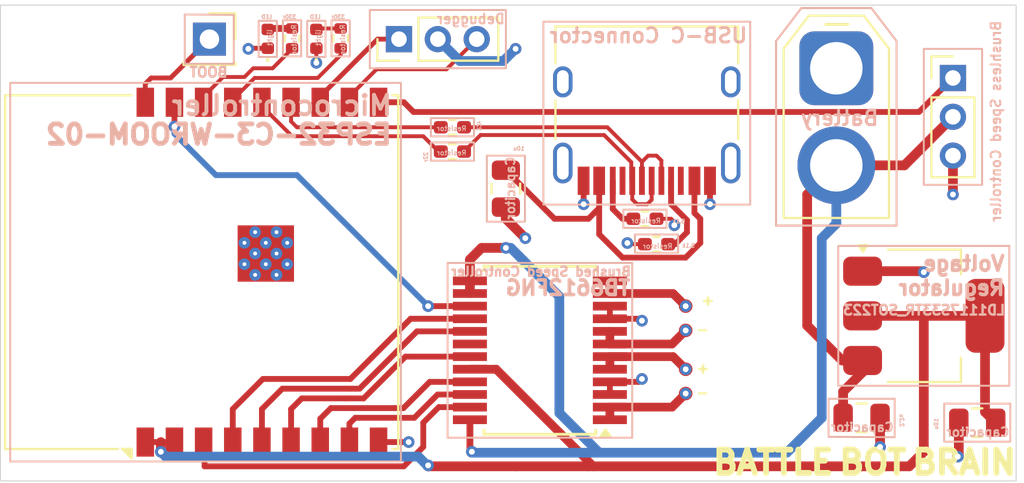
<source format=kicad_pcb>
(kicad_pcb (version 20241229) (generator "pcbnew") (generator_version "9.0")
  (layers (0 "F.Cu" signal) (2 "B.Cu" signal) (13 "F.Paste" user) (15 "B.Paste" user) (5 "F.SilkS" user "F.Silkscreen") (7 "B.SilkS" user "B.Silkscreen") (1 "F.Mask" user) (3 "B.Mask" user) (25 "Edge.Cuts" user))
  (net 0 "")
  (net 1 "VBUS")
  (net 2 "GND")
  (net 3 "Net-(J1-CC1)")
  (net 4 "Net-(J1-D--PadA7)")
  (net 5 "Net-(J1-D+-PadA6)")
  (net 6 "Net-(J1-CC2)")
  (net 7 "/USB_D+")
  (net 8 "/USB_D-")
  (net 9 "+3V3")
  (net 10 "+BATT")
  (net 11 "/BOOT")
  (net 12 "Net-(D2-A)")
  (net 13 "Net-(M1-Pin_2)")
  (net 14 "Net-(M1-Pin_1)")
  (net 15 "Net-(M2-Pin_2)")
  (net 16 "Net-(M2-Pin_1)")
  (net 17 "/L1")
  (net 18 "Net-(DBG1-Pin_1)")
  (net 19 "/ESC_PWM")
  (net 20 "/PWM_B")
  (net 21 "/PWM_A")
  (net 22 "Net-(DBG1-Pin_3)")
  (net 23 "/AIN2")
  (net 24 "/AIN1")
  (net 25 "/STBY")
  (net 26 "/BIN1")
  (net 27 "/BIN2")
  (net 28 "Net-(D1-A)")
  (net 29 "/L2")
  (footprint "Connector_AMASS:AMASS_XT30U-F_1x02_P5.0mm_Vertical" (layer "F.Cu") (at 142.75 73.75 -90)
    (property "Reference" "J2" (hide yes))
    (property "Value" "Conn_01x02_Socket" (hide yes))
    (fp_text user "+" (at 0 0 90) (layer "F.SilkS") (effects (font (size 1.5 1.5))))
    (fp_text user "-" (at -2.375 -0.025 180) (layer "F.SilkS") (effects (font (size 1.5 1.5))))
    (pad "1" thru_hole roundrect (at 0 0 270) (size 3.8 3.8) (drill 2.7) (layers "*.Cu" "*.Mask") (roundrect_rratio 0.2) (net 2 "GND"))
    (pad "2" thru_hole circle (at 5 0 270) (size 4 4) (drill 2.7) (layers "*.Cu" "*.Mask") (net 10 "+BATT"))
  )
  (footprint "RF_Module:ESP32-C3-WROOM-02" (layer "F.Cu") (at 113.2 84.25 90)
    (property "Reference" "U1" (hide yes))
    (property "Value" "ESP32-C3-WROOM-02" (hide yes))
    (pad "1" smd rect (at -8.75 -6 90) (size 1.5 0.9) (layers "F.Cu" "F.Mask" "F.Paste") (net 9 "+3V3"))
    (pad "2" smd rect (at -8.75 -4.5 90) (size 1.5 0.9) (layers "F.Cu" "F.Mask" "F.Paste") (net 9 "+3V3"))
    (pad "3" smd rect (at -8.75 -3 90) (size 1.5 0.9) (layers "F.Cu" "F.Mask" "F.Paste") (net 21 "/PWM_A"))
    (pad "4" smd rect (at -8.75 -1.5 90) (size 1.5 0.9) (layers "F.Cu" "F.Mask" "F.Paste") (net 27 "/BIN2"))
    (pad "5" smd rect (at -8.75 0 90) (size 1.5 0.9) (layers "F.Cu" "F.Mask" "F.Paste") (net 26 "/BIN1"))
    (pad "6" smd rect (at -8.75 1.5 90) (size 1.5 0.9) (layers "F.Cu" "F.Mask" "F.Paste") (net 25 "/STBY"))
    (pad "7" smd rect (at -8.75 3 90) (size 1.5 0.9) (layers "F.Cu" "F.Mask" "F.Paste") (net 24 "/AIN1"))
    (pad "8" smd rect (at -8.75 4.5 90) (size 1.5 0.9) (layers "F.Cu" "F.Mask" "F.Paste") (net 23 "/AIN2"))
    (pad "9" smd rect (at -8.75 6 90) (size 1.5 0.9) (layers "F.Cu" "F.Mask" "F.Paste") (net 2 "GND"))
    (pad "10" smd rect (at 8.75 6 90) (size 1.5 0.9) (layers "F.Cu" "F.Mask" "F.Paste") (net 19 "/ESC_PWM"))
    (pad "11" smd rect (at 8.75 4.5 90) (size 1.5 0.9) (layers "F.Cu" "F.Mask" "F.Paste") (net 22 "Net-(DBG1-Pin_3)"))
    (pad "12" smd rect (at 8.75 3 90) (size 1.5 0.9) (layers "F.Cu" "F.Mask" "F.Paste") (net 18 "Net-(DBG1-Pin_1)"))
    (pad "13" smd rect (at 8.75 1.5 90) (size 1.5 0.9) (layers "F.Cu" "F.Mask" "F.Paste") (net 8 "/USB_D-"))
    (pad "14" smd rect (at 8.75 0 90) (size 1.5 0.9) (layers "F.Cu" "F.Mask" "F.Paste") (net 7 "/USB_D+"))
    (pad "15" smd rect (at 8.75 -1.5 90) (size 1.5 0.9) (layers "F.Cu" "F.Mask" "F.Paste") (net 17 "/L1"))
    (pad "16" smd rect (at 8.75 -3 90) (size 1.5 0.9) (layers "F.Cu" "F.Mask" "F.Paste") (net 29 "/L2"))
    (pad "17" smd rect (at 8.75 -4.5 90) (size 1.5 0.9) (layers "F.Cu" "F.Mask" "F.Paste") (net 20 "/PWM_B"))
    (pad "18" smd rect (at 8.75 -6 90) (size 1.5 0.9) (layers "F.Cu" "F.Mask" "F.Paste") (net 11 "/BOOT"))
    (pad "19" thru_hole circle (at -0.14 -0.35 90) (size 0.6 0.6) (drill 0.2) (property pad_prop_heatsink) (layers "*.Cu" "F.Mask") (net 2 "GND"))
    (pad "19" thru_hole circle (at -0.14 0.75 90) (size 0.6 0.6) (drill 0.2) (property pad_prop_heatsink) (layers "*.Cu" "F.Mask") (net 2 "GND"))
    (pad "19" thru_hole circle (at 0.41 -0.9 90) (size 0.6 0.6) (drill 0.2) (property pad_prop_heatsink) (layers "*.Cu" "F.Mask") (net 2 "GND"))
    (pad "19" thru_hole circle (at 0.41 0.2 90) (size 0.6 0.6) (drill 0.2) (property pad_prop_heatsink) (layers "*.Cu" "F.Mask") (net 2 "GND"))
    (pad "19" thru_hole circle (at 0.41 1.3 90) (size 0.6 0.6) (drill 0.2) (property pad_prop_heatsink) (layers "*.Cu" "F.Mask") (net 2 "GND"))
    (pad "19" thru_hole circle (at 0.96 -0.35 90) (size 0.6 0.6) (drill 0.2) (property pad_prop_heatsink) (layers "*.Cu" "F.Mask") (net 2 "GND"))
    (pad "19" smd rect (at 0.96 0.2 90) (size 2.9 2.9) (property pad_prop_heatsink) (layers "F.Cu" "F.Mask") (net 2 "GND"))
    (pad "19" thru_hole circle (at 0.96 0.75 90) (size 0.6 0.6) (drill 0.2) (property pad_prop_heatsink) (layers "*.Cu" "F.Mask") (net 2 "GND"))
    (pad "19" thru_hole circle (at 1.51 -0.9 90) (size 0.6 0.6) (drill 0.2) (property pad_prop_heatsink) (layers "*.Cu" "F.Mask") (net 2 "GND"))
    (pad "19" thru_hole circle (at 1.51 0.2 90) (size 0.6 0.6) (drill 0.2) (property pad_prop_heatsink) (layers "*.Cu" "F.Mask") (net 2 "GND"))
    (pad "19" thru_hole circle (at 1.51 1.3 90) (size 0.6 0.6) (drill 0.2) (property pad_prop_heatsink) (layers "*.Cu" "F.Mask") (net 2 "GND"))
    (pad "19" thru_hole circle (at 2.06 -0.35 90) (size 0.6 0.6) (drill 0.2) (property pad_prop_heatsink) (layers "*.Cu" "F.Mask") (net 2 "GND"))
    (pad "19" thru_hole circle (at 2.06 0.75 90) (size 0.6 0.6) (drill 0.2) (property pad_prop_heatsink) (layers "*.Cu" "F.Mask") (net 2 "GND"))
  )
  (footprint "Connector_PinSocket_2.54mm:PinSocket_1x01_P2.54mm_Vertical" (layer "F.Cu") (at 110.5 72.25)
    (property "Reference" "J4" (hide yes))
    (property "Value" "Conn_01x01_Pin" (hide yes))
    (pad "1" thru_hole rect (at 0 0) (size 1.7 1.7) (drill 1) (layers "*.Cu" "*.Mask") (net 11 "/BOOT"))
  )
  (footprint "Resistor_SMD:R_0402_1005Metric" (layer "F.Cu") (at 114.75 72.21 90)
    (property "Reference" "R4" (hide yes))
    (property "Value" "330r" (hide yes))
    (pad "1" smd roundrect (at -0.51 0 90) (size 0.54 0.64) (layers "F.Cu" "F.Mask" "F.Paste") (net 29 "/L2"))
    (pad "2" smd roundrect (at 0.51 0 90) (size 0.54 0.64) (layers "F.Cu" "F.Mask" "F.Paste") (net 12 "Net-(D2-A)"))
  )
  (footprint "Resistor_SMD:R_0402_1005Metric_Pad0.72x0.64mm_HandSolder" (layer "F.Cu") (at 123 76.788 180)
    (property "Reference" "R6" (hide yes))
    (property "Value" "22r" (hide yes))
    (pad "1" smd roundrect (at -0.5975 0 180) (size 0.715 0.64) (layers "F.Cu" "F.Mask" "F.Paste") (net 4 "Net-(J1-D--PadA7)"))
    (pad "2" smd roundrect (at 0.5975 0 180) (size 0.715 0.64) (layers "F.Cu" "F.Mask" "F.Paste") (net 8 "/USB_D-"))
  )
  (footprint "Connector_PinHeader_2.00mm:PinHeader_1x03_P2.00mm_Vertical" (layer "F.Cu") (at 120.25 72.25 90)
    (property "Reference" "DBG1" (hide yes))
    (property "Value" "Conn_01x03_Pin" (hide yes))
    (pad "1" thru_hole rect (at 0 0 90) (size 1.35 1.35) (drill 0.8) (layers "*.Cu" "*.Mask") (net 18 "Net-(DBG1-Pin_1)"))
    (pad "2" thru_hole circle (at 0 2 90) (size 1.35 1.35) (drill 0.8) (layers "*.Cu" "*.Mask") (net 2 "GND"))
    (pad "3" thru_hole circle (at 0 4 90) (size 1.35 1.35) (drill 0.8) (layers "*.Cu" "*.Mask") (net 22 "Net-(DBG1-Pin_3)"))
  )
  (footprint "Resistor_SMD:R_0402_1005Metric_Pad0.72x0.64mm_HandSolder" (layer "F.Cu") (at 123 78.038 180)
    (property "Reference" "R5" (hide yes))
    (property "Value" "22r" (hide yes))
    (pad "1" smd roundrect (at -0.5975 0 180) (size 0.715 0.64) (layers "F.Cu" "F.Mask" "F.Paste") (net 5 "Net-(J1-D+-PadA6)"))
    (pad "2" smd roundrect (at 0.5975 0 180) (size 0.715 0.64) (layers "F.Cu" "F.Mask" "F.Paste") (net 7 "/USB_D+"))
  )
  (footprint "Resistor_SMD:R_0402_1005Metric_Pad0.72x0.64mm_HandSolder" (layer "F.Cu") (at 133.5 82.81)
    (property "Reference" "R1" (hide yes))
    (property "Value" "5.1k" (hide yes))
    (pad "1" smd roundrect (at -0.5975 0) (size 0.715 0.64) (layers "F.Cu" "F.Mask" "F.Paste") (net 2 "GND"))
    (pad "2" smd roundrect (at 0.5975 0) (size 0.715 0.64) (layers "F.Cu" "F.Mask" "F.Paste") (net 3 "Net-(J1-CC1)"))
  )
  (footprint "Connector_USB:USB_C_Receptacle_HRO_TYPE-C-31-M-12" (layer "F.Cu") (at 133 75.5 180)
    (property "Reference" "J1" (hide yes))
    (property "Value" "USB_C_Receptacle_USB2.0_14P" (hide yes))
    (pad "" np_thru_hole circle (at -2.89 -2.6 180) (size 0.65 0.65) (drill 0.65) (layers "*.Cu" "*.Mask"))
    (pad "" np_thru_hole circle (at 2.89 -2.6 180) (size 0.65 0.65) (drill 0.65) (layers "*.Cu" "*.Mask"))
    (pad "A1" smd rect (at -3.25 -4.045 180) (size 0.6 1.45) (layers "F.Cu" "F.Mask" "F.Paste") (net 2 "GND"))
    (pad "A4" smd rect (at -2.45 -4.045 180) (size 0.6 1.45) (layers "F.Cu" "F.Mask" "F.Paste") (net 1 "VBUS"))
    (pad "A5" smd rect (at -1.25 -4.045 180) (size 0.3 1.45) (layers "F.Cu" "F.Mask" "F.Paste") (net 3 "Net-(J1-CC1)"))
    (pad "A6" smd rect (at -0.25 -4.045 180) (size 0.3 1.45) (layers "F.Cu" "F.Mask" "F.Paste") (net 5 "Net-(J1-D+-PadA6)"))
    (pad "A7" smd rect (at 0.25 -4.045 180) (size 0.3 1.45) (layers "F.Cu" "F.Mask" "F.Paste") (net 4 "Net-(J1-D--PadA7)"))
    (pad "A8" smd rect (at 1.25 -4.045 180) (size 0.3 1.45) (layers "F.Cu" "F.Mask" "F.Paste"))
    (pad "A9" smd rect (at 2.45 -4.045 180) (size 0.6 1.45) (layers "F.Cu" "F.Mask" "F.Paste") (net 1 "VBUS"))
    (pad "A12" smd rect (at 3.25 -4.045 180) (size 0.6 1.45) (layers "F.Cu" "F.Mask" "F.Paste") (net 2 "GND"))
    (pad "B1" smd rect (at 3.25 -4.045 180) (size 0.6 1.45) (layers "F.Cu" "F.Mask" "F.Paste") (net 2 "GND"))
    (pad "B4" smd rect (at 2.45 -4.045 180) (size 0.6 1.45) (layers "F.Cu" "F.Mask" "F.Paste") (net 1 "VBUS"))
    (pad "B5" smd rect (at 1.75 -4.045 180) (size 0.3 1.45) (layers "F.Cu" "F.Mask" "F.Paste") (net 6 "Net-(J1-CC2)"))
    (pad "B6" smd rect (at 0.75 -4.045 180) (size 0.3 1.45) (layers "F.Cu" "F.Mask" "F.Paste") (net 5 "Net-(J1-D+-PadA6)"))
    (pad "B7" smd rect (at -0.75 -4.045 180) (size 0.3 1.45) (layers "F.Cu" "F.Mask" "F.Paste") (net 4 "Net-(J1-D--PadA7)"))
    (pad "B8" smd rect (at -1.75 -4.045 180) (size 0.3 1.45) (layers "F.Cu" "F.Mask" "F.Paste"))
    (pad "B9" smd rect (at -2.45 -4.045 180) (size 0.6 1.45) (layers "F.Cu" "F.Mask" "F.Paste") (net 1 "VBUS"))
    (pad "B12" smd rect (at -3.25 -4.045 180) (size 0.6 1.45) (layers "F.Cu" "F.Mask" "F.Paste") (net 2 "GND"))
    (pad "S1" thru_hole oval (at -4.32 -3.13 180) (size 1 2.1) (drill oval 0.6 1.7) (property pad_prop_heatsink) (layers "*.Cu" "*.Mask") (net 2 "GND"))
    (pad "S1" thru_hole oval (at -4.32 1.05 180) (size 1 1.6) (drill oval 0.6 1.2) (property pad_prop_heatsink) (layers "*.Cu" "*.Mask") (net 2 "GND"))
    (pad "S1" thru_hole oval (at 4.32 -3.13 180) (size 1 2.1) (drill oval 0.6 1.7) (property pad_prop_heatsink) (layers "*.Cu" "*.Mask") (net 2 "GND"))
    (pad "S1" thru_hole oval (at 4.32 1.05 180) (size 1 1.6) (drill oval 0.6 1.2) (property pad_prop_heatsink) (layers "*.Cu" "*.Mask") (net 2 "GND"))
  )
  (footprint "LED_SMD:LED_0402_1005Metric" (layer "F.Cu") (at 116 72.235 90)
    (property "Reference" "D1" (hide yes))
    (property "Value" "LED" (hide yes))
    (pad "1" smd roundrect (at -0.485 0 90) (size 0.59 0.64) (layers "F.Cu" "F.Mask" "F.Paste") (net 2 "GND"))
    (pad "2" smd roundrect (at 0.485 0 90) (size 0.59 0.64) (layers "F.Cu" "F.Mask" "F.Paste") (net 28 "Net-(D1-A)"))
  )
  (footprint "Capacitor_SMD:C_0805_2012Metric" (layer "F.Cu") (at 125.75 79.95 -90)
    (property "Reference" "C1" (hide yes))
    (property "Value" "10u" (hide yes))
    (pad "1" smd roundrect (at -0.95 0 270) (size 1 1.45) (layers "F.Cu" "F.Mask" "F.Paste") (net 1 "VBUS"))
    (pad "2" smd roundrect (at 0.95 0 270) (size 1 1.45) (layers "F.Cu" "F.Mask" "F.Paste") (net 2 "GND"))
  )
  (footprint "Package_SO:SSOP-24_5.3x8.2mm_P0.65mm" (layer "F.Cu") (at 127.5 88.275 180)
    (property "Reference" "U2" (hide yes))
    (property "Value" "TB6612FNG")
    (pad "1" smd rect (at -3.6 -3.575 180) (size 1.75 0.45) (layers "F.Cu" "F.Mask" "F.Paste") (net 15 "Net-(M2-Pin_2)"))
    (pad "2" smd rect (at -3.6 -2.925 180) (size 1.75 0.45) (layers "F.Cu" "F.Mask" "F.Paste") (net 15 "Net-(M2-Pin_2)"))
    (pad "3" smd rect (at -3.6 -2.275 180) (size 1.75 0.45) (layers "F.Cu" "F.Mask" "F.Paste") (net 2 "GND"))
    (pad "4" smd rect (at -3.6 -1.625 180) (size 1.75 0.45) (layers "F.Cu" "F.Mask" "F.Paste") (net 2 "GND"))
    (pad "5" smd rect (at -3.6 -0.975 180) (size 1.75 0.45) (layers "F.Cu" "F.Mask" "F.Paste") (net 16 "Net-(M2-Pin_1)"))
    (pad "6" smd rect (at -3.6 -0.325 180) (size 1.75 0.45) (layers "F.Cu" "F.Mask" "F.Paste") (net 16 "Net-(M2-Pin_1)"))
    (pad "7" smd rect (at -3.6 0.325 180) (size 1.75 0.45) (layers "F.Cu" "F.Mask" "F.Paste") (net 13 "Net-(M1-Pin_2)"))
    (pad "8" smd rect (at -3.6 0.975 180) (size 1.75 0.45) (layers "F.Cu" "F.Mask" "F.Paste") (net 13 "Net-(M1-Pin_2)"))
    (pad "9" smd rect (at -3.6 1.625 180) (size 1.75 0.45) (layers "F.Cu" "F.Mask" "F.Paste") (net 2 "GND"))
    (pad "10" smd rect (at -3.6 2.275 180) (size 1.75 0.45) (layers "F.Cu" "F.Mask" "F.Paste") (net 2 "GND"))
    (pad "11" smd rect (at -3.6 2.925 180) (size 1.75 0.45) (layers "F.Cu" "F.Mask" "F.Paste") (net 14 "Net-(M1-Pin_1)"))
    (pad "12" smd rect (at -3.6 3.575 180) (size 1.75 0.45) (layers "F.Cu" "F.Mask" "F.Paste") (net 14 "Net-(M1-Pin_1)"))
    (pad "13" smd rect (at 3.6 3.575 180) (size 1.75 0.45) (layers "F.Cu" "F.Mask" "F.Paste") (net 10 "+BATT"))
    (pad "14" smd rect (at 3.6 2.925 180) (size 1.75 0.45) (layers "F.Cu" "F.Mask" "F.Paste") (net 10 "+BATT"))
    (pad "15" smd rect (at 3.6 2.275 180) (size 1.75 0.45) (layers "F.Cu" "F.Mask" "F.Paste") (net 20 "/PWM_B"))
    (pad "16" smd rect (at 3.6 1.625 180) (size 1.75 0.45) (layers "F.Cu" "F.Mask" "F.Paste") (net 27 "/BIN2"))
    (pad "17" smd rect (at 3.6 0.975 180) (size 1.75 0.45) (layers "F.Cu" "F.Mask" "F.Paste") (net 26 "/BIN1"))
    (pad "18" smd rect (at 3.6 0.325 180) (size 1.75 0.45) (layers "F.Cu" "F.Mask" "F.Paste") (net 2 "GND"))
    (pad "19" smd rect (at 3.6 -0.325 180) (size 1.75 0.45) (layers "F.Cu" "F.Mask" "F.Paste") (net 25 "/STBY"))
    (pad "20" smd rect (at 3.6 -0.975 180) (size 1.75 0.45) (layers "F.Cu" "F.Mask" "F.Paste") (net 9 "+3V3"))
    (pad "21" smd rect (at 3.6 -1.625 180) (size 1.75 0.45) (layers "F.Cu" "F.Mask" "F.Paste") (net 24 "/AIN1"))
    (pad "22" smd rect (at 3.6 -2.275 180) (size 1.75 0.45) (layers "F.Cu" "F.Mask" "F.Paste") (net 23 "/AIN2"))
    (pad "23" smd rect (at 3.6 -2.925 180) (size 1.75 0.45) (layers "F.Cu" "F.Mask" "F.Paste") (net 21 "/PWM_A"))
    (pad "24" smd rect (at 3.6 -3.575 180) (size 1.75 0.45) (layers "F.Cu" "F.Mask" "F.Paste") (net 10 "+BATT"))
  )
  (footprint "Resistor_SMD:R_0402_1005Metric" (layer "F.Cu") (at 117.25 72.21 90)
    (property "Reference" "R3" (hide yes))
    (property "Value" "330r" (hide yes))
    (pad "1" smd roundrect (at -0.51 0 90) (size 0.54 0.64) (layers "F.Cu" "F.Mask" "F.Paste") (net 17 "/L1"))
    (pad "2" smd roundrect (at 0.51 0 90) (size 0.54 0.64) (layers "F.Cu" "F.Mask" "F.Paste") (net 28 "Net-(D1-A)"))
  )
  (footprint "LED_SMD:LED_0402_1005Metric" (layer "F.Cu") (at 113.5 72.235 90)
    (property "Reference" "D2" (hide yes))
    (property "Value" "LED" (hide yes))
    (pad "1" smd roundrect (at -0.485 0 90) (size 0.59 0.64) (layers "F.Cu" "F.Mask" "F.Paste") (net 2 "GND"))
    (pad "2" smd roundrect (at 0.485 0 90) (size 0.59 0.64) (layers "F.Cu" "F.Mask" "F.Paste") (net 12 "Net-(D2-A)"))
  )
  (footprint "Package_TO_SOT_SMD:SOT-223-3_TabPin2" (layer "F.Cu") (at 147.25 86.5)
    (property "Reference" "U4" (hide yes))
    (property "Value" "LD1117S33TR_SOT223" (hide yes))
    (pad "1" smd roundrect (at -3.15 -2.3) (size 2 1.5) (layers "F.Cu" "F.Mask" "F.Paste") (net 2 "GND"))
    (pad "2" smd roundrect (at -3.15 0) (size 2 1.5) (layers "F.Cu" "F.Mask" "F.Paste") (net 9 "+3V3"))
    (pad "2" smd roundrect (at 3.15 0) (size 2 3.8) (layers "F.Cu" "F.Mask" "F.Paste") (net 9 "+3V3"))
    (pad "3" smd roundrect (at -3.15 2.3) (size 2 1.5) (layers "F.Cu" "F.Mask" "F.Paste") (net 10 "+BATT"))
  )
  (footprint "Capacitor_SMD:C_0805_2012Metric" (layer "F.Cu") (at 144.05 91.75)
    (property "Reference" "C6" (hide yes))
    (property "Value" "2.2u" (hide yes))
    (pad "1" smd roundrect (at -0.95 0) (size 1 1.45) (layers "F.Cu" "F.Mask" "F.Paste") (net 10 "+BATT"))
    (pad "2" smd roundrect (at 0.95 0) (size 1 1.45) (layers "F.Cu" "F.Mask" "F.Paste") (net 2 "GND"))
  )
  (footprint "Capacitor_SMD:C_0805_2012Metric" (layer "F.Cu") (at 150 92 180)
    (property "Reference" "C5" (hide yes))
    (property "Value" "10u" (hide yes))
    (pad "1" smd roundrect (at -0.95 0 180) (size 1 1.45) (layers "F.Cu" "F.Mask" "F.Paste") (net 9 "+3V3"))
    (pad "2" smd roundrect (at 0.95 0 180) (size 1 1.45) (layers "F.Cu" "F.Mask" "F.Paste") (net 2 "GND"))
  )
  (footprint "Resistor_SMD:R_0402_1005Metric_Pad0.72x0.64mm_HandSolder" (layer "F.Cu") (at 132.9025 81.5 180)
    (property "Reference" "R2" (hide yes))
    (property "Value" "5.1k" (hide yes))
    (pad "1" smd roundrect (at -0.5975 0 180) (size 0.715 0.64) (layers "F.Cu" "F.Mask" "F.Paste") (net 2 "GND"))
    (pad "2" smd roundrect (at 0.5975 0 180) (size 0.715 0.64) (layers "F.Cu" "F.Mask" "F.Paste") (net 6 "Net-(J1-CC2)"))
  )
  (footprint "Connector_PinHeader_2.00mm:PinHeader_1x03_P2.00mm_Vertical" (layer "F.Cu") (at 148.75 74.25)
    (property "Reference" "J3" (hide yes))
    (property "Value" "Conn_01x03_Pin" (hide yes))
    (pad "1" thru_hole rect (at 0 0) (size 1.35 1.35) (drill 0.8) (layers "*.Cu" "*.Mask") (net 19 "/ESC_PWM"))
    (pad "2" thru_hole circle (at 0 2) (size 1.35 1.35) (drill 0.8) (layers "*.Cu" "*.Mask") (net 10 "+BATT"))
    (pad "3" thru_hole circle (at 0 4) (size 1.35 1.35) (drill 0.8) (layers "*.Cu" "*.Mask") (net 2 "GND"))
  )
  (gr_circle (center 135 87.25) (end 135.25 87.25) (stroke (width 0.2)) (fill no) (layer "F.Cu") (net 13))
  (gr_circle (center 135 89.25) (end 135.25 89.25) (stroke (width 0.2)) (fill no) (layer "F.Cu") (net 16))
  (gr_circle (center 135 86) (end 135.25 86) (stroke (width 0.2)) (fill no) (layer "F.Cu") (net 14))
  (gr_circle (center 135 90.5) (end 135.25 90.5) (stroke (width 0.2)) (fill no) (layer "F.Cu") (net 15))
  (gr_line (start 134.0125 81.03) (end 131.7925 81.03) (stroke (width 0.1)) (layer "B.SilkS"))
  (gr_line (start 145.85 72.35) (end 144.55 70.65) (stroke (width 0.1)) (layer "B.SilkS"))
  (gr_line (start 151.65 82.9) (end 142.85 82.9) (stroke (width 0.1)) (layer "B.SilkS"))
  (gr_line (start 109.23 70.98) (end 111.75 71) (stroke (width 0.1)) (layer "B.SilkS"))
  (gr_line (start 144.55 70.65) (end 140.95 70.65) (stroke (width 0.1)) (layer "B.SilkS"))
  (gr_rect (start 121.89 77.568) (end 124.11 78.508) (stroke (width 0.1)) (fill no) (layer "B.SilkS"))
  (gr_rect (start 115.53 71.305) (end 116.47 73.165) (stroke (width 0.1)) (fill no) (layer "B.SilkS"))
  (gr_rect (start 116.78 71.28) (end 117.72 73.14) (stroke (width 0.1)) (fill no) (layer "B.SilkS"))
  (gr_line (start 139.65 72.35) (end 139.65 81.85) (stroke (width 0.1)) (layer "B.SilkS"))
  (gr_line (start 145.75 90.77) (end 142.35 90.77) (stroke (width 0.1)) (layer "B.SilkS"))
  (gr_line (start 131.7925 81.03) (end 131.7925 81.97) (stroke (width 0.1)) (layer "B.SilkS"))
  (gr_line (start 140.95 70.65) (end 139.65 72.35) (stroke (width 0.1)) (layer "B.SilkS"))
  (gr_line (start 111.75 71) (end 111.75 73.5) (stroke (width 0.1)) (layer "B.SilkS"))
  (gr_line (start 139.65 81.85) (end 145.85 81.85) (stroke (width 0.1)) (layer "B.SilkS"))
  (gr_line (start 132.25 83.775) (end 122.75 83.775) (stroke (width 0.1)) (layer "B.SilkS"))
  (gr_line (start 139.65 72.35) (end 139.65 81.85) (stroke (width 0.1)) (layer "B.SilkS"))
  (gr_rect (start 114.28 71.28) (end 115.22 73.14) (stroke (width 0.1)) (fill no) (layer "B.SilkS"))
  (gr_line (start 139.65 81.85) (end 145.85 81.85) (stroke (width 0.1)) (layer "B.SilkS"))
  (gr_line (start 142.35 90.77) (end 142.35 92.73) (stroke (width 0.1)) (layer "B.SilkS"))
  (gr_line (start 140.95 70.65) (end 139.65 72.35) (stroke (width 0.1)) (layer "B.SilkS"))
  (gr_rect (start 121.89 76.318) (end 124.11 77.258) (stroke (width 0.1)) (fill no) (layer "B.SilkS"))
  (gr_line (start 145.75 92.75) (end 145.75 90.75) (stroke (width 0.1)) (layer "B.SilkS"))
  (gr_line (start 142.35 92.73) (end 145.75 92.75) (stroke (width 0.1)) (layer "B.SilkS"))
  (gr_rect (start 100.25 74.5) (end 120.35 94) (stroke (width 0.1)) (fill no) (layer "B.SilkS"))
  (gr_rect (start 113.03 71.305) (end 113.97 73.165) (stroke (width 0.1)) (fill no) (layer "B.SilkS"))
  (gr_line (start 145.85 81.85) (end 145.85 72.35) (stroke (width 0.1)) (layer "B.SilkS"))
  (gr_rect (start 147.25 72.75) (end 150.25 79.75) (stroke (width 0.1)) (fill no) (layer "B.SilkS"))
  (gr_line (start 122.75 92.775) (end 132.25 92.775) (stroke (width 0.1)) (layer "B.SilkS"))
  (gr_line (start 109.23 73.52) (end 111.75 73.52) (stroke (width 0.1)) (layer "B.SilkS"))
  (gr_line (start 122.75 83.775) (end 122.75 92.75) (stroke (width 0.1)) (layer "B.SilkS"))
  (gr_rect (start 132.39 82.31) (end 134.61 83.25) (stroke (width 0.1)) (fill no) (layer "B.SilkS"))
  (gr_line (start 145.85 81.85) (end 145.85 72.35) (stroke (width 0.1)) (layer "B.SilkS"))
  (gr_line (start 132.25 92.775) (end 132.25 83.775) (stroke (width 0.1)) (layer "B.SilkS"))
  (gr_rect (start 148.3 91.02) (end 151.7 92.98) (stroke (width 0.1)) (fill no) (layer "B.SilkS"))
  (gr_line (start 151.65 90.1) (end 142.85 90.1) (stroke (width 0.1)) (layer "B.SilkS"))
  (gr_line (start 145.85 72.35) (end 144.55 70.65) (stroke (width 0.1)) (layer "B.SilkS"))
  (gr_line (start 144.55 70.65) (end 140.95 70.65) (stroke (width 0.1)) (layer "B.SilkS"))
  (gr_rect (start 127.68 71.35) (end 138.32 80.77) (stroke (width 0.1)) (fill no) (layer "B.SilkS"))
  (gr_line (start 109.23 70.98) (end 109.23 73.52) (stroke (width 0.1)) (layer "B.SilkS"))
  (gr_line (start 134.0125 81.97) (end 134.0125 81.03) (stroke (width 0.1)) (layer "B.SilkS"))
  (gr_line (start 151.65 82.9) (end 151.65 90.1) (stroke (width 0.1)) (layer "B.SilkS"))
  (gr_line (start 142.85 90.1) (end 142.85 82.9) (stroke (width 0.1)) (layer "B.SilkS"))
  (gr_line (start 131.7925 81.97) (end 134.0125 81.97) (stroke (width 0.1)) (layer "B.SilkS"))
  (gr_rect (start 124.77 78.25) (end 126.73 81.65) (stroke (width 0.1)) (fill no) (layer "B.SilkS"))
  (gr_rect (start 118.75 70.75) (end 125.75 73.75) (stroke (width 0.1)) (fill no) (layer "B.SilkS"))
  (gr_line (start 152 70.5) (end 99.75 70.5) (stroke (width 0.05)) (layer "Edge.Cuts"))
  (gr_line (start 99.75 70.5) (end 99.75 95) (stroke (width 0.05)) (layer "Edge.Cuts"))
  (gr_line (start 152 70.5) (end 152 95) (stroke (width 0.05)) (layer "Edge.Cuts"))
  (gr_line (start 152 95) (end 99.75 95) (stroke (width 0.05)) (layer "Edge.Cuts"))
  (gr_text "BATTLE\n" (at 136.25 94.75 0) (layer "F.SilkS") (effects (font (size 1.2 1.2) (thickness 0.3) (bold yes)) (justify left bottom)))
  (gr_text "-" (at 135.5 87.5 0) (layer "F.SilkS") (effects (font (size 0.5 0.475) (thickness 0.11875) (bold yes)) (justify left bottom)))
  (gr_text "+" (at 135.75 86 0) (layer "F.SilkS") (effects (font (size 0.5 0.5) (thickness 0.125) (bold yes)) (justify left bottom)))
  (gr_text "BRAIN" (at 146.5 94.75 0) (layer "F.SilkS") (effects (font (size 1.2 1.2) (thickness 0.3) (bold yes)) (justify left bottom)))
  (gr_text "+" (at 135.5 89.5 0) (layer "F.SilkS") (effects (font (size 0.5 0.5) (thickness 0.125) (bold yes)) (justify left bottom)))
  (gr_text "-" (at 135.5 90.75 0) (layer "F.SilkS") (effects (font (size 0.5 0.475) (thickness 0.11875) (bold yes)) (justify left bottom)))
  (gr_text "BOT" (at 142.75 94.75 0) (layer "F.SilkS") (effects (font (size 1.2 1.2) (thickness 0.3) (bold yes)) (justify left bottom)))
  (gr_text "5.1k" (at 135.5 83 0) (layer "B.SilkS") (effects (font (size 0.2 0.2) (thickness 0.05) (bold yes)) (justify left bottom mirror)))
  (gr_text "Regulator" (at 151.5 85.5 0) (layer "B.SilkS") (effects (font (size 0.75 0.75) (thickness 0.1875) (bold yes)) (justify left bottom mirror)))
  (gr_text "Brushless Speed Controller" (at 151.25 71.25 90) (layer "B.SilkS") (effects (font (size 0.5 0.5) (thickness 0.1)) (justify left bottom mirror)))
  (gr_text "Debugger" (at 125.75 71.5 0) (layer "B.SilkS") (effects (font (size 0.5 0.5) (thickness 0.1)) (justify left bottom mirror)))
  (gr_text "5.1k" (at 135 81.75 0) (layer "B.SilkS") (effects (font (size 0.2 0.2) (thickness 0.05) (bold yes)) (justify left bottom mirror)))
  (gr_text "Capacitor" (at 151.7 92.75 0) (layer "B.SilkS") (effects (font (size 0.45 0.45) (thickness 0.1) (bold yes)) (justify left bottom mirror)))
  (gr_text "Capacitor" (at 126.25 78.25 90) (layer "B.SilkS") (effects (font (size 0.45 0.45) (thickness 0.1) (bold yes)) (justify left bottom mirror)))
  (gr_text "BOOT" (at 111.5 74.25 0) (layer "B.SilkS") (effects (font (size 0.5 0.5) (thickness 0.125) (bold yes)) (justify left bottom mirror)))
  (gr_text "Voltage" (at 151.5 84.25 0) (layer "B.SilkS") (effects (font (size 0.75 0.75) (thickness 0.1875) (bold yes)) (justify left bottom mirror)))
  (gr_text "Brushed Speed Controller" (at 132.25 84.5 0) (layer "B.SilkS") (effects (font (size 0.475 0.475) (thickness 0.11875) (bold yes)) (justify left bottom mirror)))
  (gr_text "TB6612FNG" (at 132.25 85.5 0) (layer "B.SilkS") (effects (font (size 0.75 0.75) (thickness 0.1875) (bold yes)) (justify left bottom mirror)))
  (gr_text "Resistor" (at 123.75 78.25 0) (layer "B.SilkS") (effects (font (size 0.25 0.25) (thickness 0.05)) (justify left bottom mirror)))
  (gr_text "22r\n" (at 121.75 78.038 90) (layer "B.SilkS") (effects (font (size 0.2 0.2) (thickness 0.05) (bold yes)) (justify left bottom mirror)))
  (gr_text "Resistor" (at 123.75 77 0) (layer "B.SilkS") (effects (font (size 0.25 0.25) (thickness 0.05)) (justify left bottom mirror)))
  (gr_text "LED" (at 113.75 71.22 0) (layer "B.SilkS") (effects (font (size 0.2 0.2) (thickness 0.05) (bold yes)) (justify left bottom mirror)))
  (gr_text "Resistor" (at 115 71.47 90) (layer "B.SilkS") (effects (font (size 0.25 0.25) (thickness 0.05)) (justify left bottom mirror)))
  (gr_text "LD1117S33TR_SOT223" (at 151.5 86.5 0) (layer "B.SilkS") (effects (font (size 0.5 0.5) (thickness 0.125) (bold yes)) (justify left bottom mirror)))
  (gr_text "2.2u" (at 146 92.25 270) (layer "B.SilkS") (effects (font (size 0.2 0.2) (thickness 0.05) (bold yes)) (justify left bottom mirror)))
  (gr_text "Battery" (at 145 76.75 0) (layer "B.SilkS") (effects (font (size 0.75 0.75)) (justify left bottom mirror)))
  (gr_text "330r" (at 115 71.22 0) (layer "B.SilkS") (effects (font (size 0.2 0.2) (thickness 0.05) (bold yes)) (justify left bottom mirror)))
  (gr_text "Resistor" (at 117.5 71.47 90) (layer "B.SilkS") (effects (font (size 0.25 0.25) (thickness 0.05)) (justify left bottom mirror)))
  (gr_text "light" (at 113.75 71.72 90) (layer "B.SilkS") (effects (font (size 0.25 0.25) (thickness 0.05) (bold yes)) (justify left bottom mirror)))
  (gr_text "22r\n" (at 124.25 77 270) (layer "B.SilkS") (effects (font (size 0.2 0.2) (thickness 0.05) (bold yes)) (justify left bottom mirror)))
  (gr_text "Microcontroller" (at 120 76.25 0) (layer "B.SilkS") (effects (font (size 1 1) (thickness 0.2) (bold yes)) (justify left bottom mirror)))
  (gr_text "10u" (at 126.73 78 0) (layer "B.SilkS") (effects (font (size 0.2 0.2) (thickness 0.05) (bold yes)) (justify left bottom mirror)))
  (gr_text "330r" (at 117.5 71.22 0) (layer "B.SilkS") (effects (font (size 0.2 0.2) (thickness 0.05) (bold yes)) (justify left bottom mirror)))
  (gr_text "USB-C Connector" (at 138.25 72.5 0) (layer "B.SilkS") (effects (font (size 0.75 0.75) (thickness 0.15) (bold yes)) (justify left bottom mirror)))
  (gr_text "LED" (at 116.25 71.22 0) (layer "B.SilkS") (effects (font (size 0.2 0.2) (thickness 0.05) (bold yes)) (justify left bottom mirror)))
  (gr_text "Capacitor" (at 145.75 92.5 0) (layer "B.SilkS") (effects (font (size 0.45 0.45) (thickness 0.1) (bold yes)) (justify left bottom mirror)))
  (gr_text "ESP32-C3-WROOM-02" (at 120 77.75 0) (layer "B.SilkS") (effects (font (size 1 1) (thickness 0.25) (bold yes)) (justify left bottom mirror)))
  (gr_text "light" (at 116.25 71.72 90) (layer "B.SilkS") (effects (font (size 0.25 0.25) (thickness 0.05) (bold yes)) (justify left bottom mirror)))
  (gr_text "Resistor" (at 133.75 81.75 0) (layer "B.SilkS") (effects (font (size 0.25 0.25) (thickness 0.05)) (justify left bottom mirror)))
  (gr_text "Resistor" (at 134.3475 83.06 0) (layer "B.SilkS") (effects (font (size 0.25 0.25) (thickness 0.05)) (justify left bottom mirror)))
  (gr_text "10u" (at 148 91.75 90) (layer "B.SilkS") (effects (font (size 0.2 0.2) (thickness 0.05) (bold yes)) (justify left bottom mirror)))
  (segment (start 135.75 81.5) (end 135.45 81.2) (width 0.3) (layer "F.Cu") (net 1))
  (segment (start 130.55 80.95) (end 130.55 79.545) (width 0.3) (layer "F.Cu") (net 1))
  (segment (start 131.75 83.5) (end 135 83.5) (width 0.3) (layer "F.Cu") (net 1))
  (segment (start 130.55 82.3) (end 131.75 83.5) (width 0.3) (layer "F.Cu") (net 1))
  (segment (start 125.75 79) (end 128.25 81.5) (width 0.3) (layer "F.Cu") (net 1))
  (segment (start 135.75 82.75) (end 135.75 81.5) (width 0.3) (layer "F.Cu") (net 1))
  (segment (start 130 81.5) (end 130.375 81.125) (width 0.3) (layer "F.Cu") (net 1))
  (segment (start 130.375 81.125) (end 130.274 81.226) (width 0.3) (layer "F.Cu") (net 1))
  (segment (start 130.375 81.125) (end 130.55 80.95) (width 0.3) (layer "F.Cu") (net 1))
  (segment (start 135.45 79.545) (end 135.51738 79.61238) (width 0.2) (layer "F.Cu") (net 1))
  (segment (start 135.45 81.2) (end 135.45 79.545) (width 0.3) (layer "F.Cu") (net 1))
  (segment (start 135 83.5) (end 135.75 82.75) (width 0.3) (layer "F.Cu") (net 1))
  (segment (start 128.25 81.5) (end 130 81.5) (width 0.3) (layer "F.Cu") (net 1))
  (segment (start 130.55 80.95) (end 130.55 82.3) (width 0.3) (layer "F.Cu") (net 1))
  (segment (start 119.2 93) (end 120.75 93) (width 0.3) (layer "F.Cu") (net 2))
  (segment (start 131.1 89.9) (end 132.6 89.9) (width 0.3) (layer "F.Cu") (net 2))
  (segment (start 131.1 86) (end 131.1 86.65) (width 0.3) (layer "F.Cu") (net 2))
  (segment (start 116 72.72) (end 116 73.47) (width 0.2) (layer "F.Cu") (net 2))
  (segment (start 125.74707 80.89707) (end 125.743889 80.89707) (width 0.5) (layer "F.Cu") (net 2))
  (segment (start 131.1 90.55) (end 131.1 89.9) (width 0.3) (layer "F.Cu") (net 2))
  (segment (start 132.9025 82.81) (end 132.06 82.81) (width 0.2) (layer "F.Cu") (net 2))
  (segment (start 131.1 86.65) (end 132.65 86.65) (width 0.3) (layer "F.Cu") (net 2))
  (segment (start 125.75 80.9) (end 125.74707 80.89707) (width 0.5) (layer "F.Cu") (net 2))
  (segment (start 134.25 81.5) (end 134.5 81.75) (width 0.2) (layer "F.Cu") (net 2))
  (segment (start 149.05 92) (end 149.05 93.7) (width 0.5) (layer "F.Cu") (net 2))
  (segment (start 129.75 79.545) (end 129.75 80.75) (width 0.3) (layer "F.Cu") (net 2))
  (segment (start 134.5 81.75) (end 134.41538 81.83462) (width 0.2) (layer "F.Cu") (net 2))
  (segment (start 147.2 84.2) (end 147.25 84.25) (width 0.5) (layer "F.Cu") (net 2))
  (segment (start 125.743889 80.89707) (end 125.743889 81.493889) (width 0.5) (layer "F.Cu") (net 2))
  (segment (start 132.65 86.65) (end 132.75 86.75) (width 0.3) (layer "F.Cu") (net 2))
  (segment (start 132.06 82.81) (end 132 82.75) (width 0.2) (layer "F.Cu") (net 2))
  (segment (start 145 91.75) (end 145 93.25) (width 0.5) (layer "F.Cu") (net 2))
  (segment (start 112.53 72.72) (end 112.5 72.75) (width 0.25) (layer "F.Cu") (net 2))
  (segment (start 148.75 78.25) (end 148.75 80.25) (width 0.5) (layer "F.Cu") (net 2))
  (segment (start 132.6 89.9) (end 132.75 89.75) (width 0.3) (layer "F.Cu") (net 2))
  (segment (start 125.743889 81.493889) (end 126.75 82.5) (width 0.5) (layer "F.Cu") (net 2))
  (segment (start 133.5 81.5) (end 134.25 81.5) (width 0.2) (layer "F.Cu") (net 2))
  (segment (start 144.1 84.2) (end 147.2 84.2) (width 0.5) (layer "F.Cu") (net 2))
  (segment (start 113.5 72.72) (end 112.53 72.72) (width 0.25) (layer "F.Cu") (net 2))
  (segment (start 149.05 93.7) (end 149 93.75) (width 0.5) (layer "F.Cu") (net 2))
  (segment (start 136.25 79.545) (end 136.25 80.75) (width 0.3) (layer "F.Cu") (net 2))
  (via (at 116 73.47) (size 0.6) (drill 0.3) (layers "F.Cu" "B.Cu") (net 2))
  (via (at 129.75 80.75) (size 0.6) (drill 0.3) (layers "F.Cu" "B.Cu") (net 2))
  (via (at 148.75 80.25) (size 0.6) (drill 0.3) (layers "F.Cu" "B.Cu") (net 2))
  (via (at 120.75 93) (size 0.6) (drill 0.3) (layers "F.Cu" "B.Cu") (net 2))
  (via (at 136.25 80.75) (size 0.6) (drill 0.3) (layers "F.Cu" "B.Cu") (net 2))
  (via (at 147.25 84.25) (size 0.6) (drill 0.3) (layers "F.Cu" "B.Cu") (net 2))
  (via (at 132 82.75) (size 0.6) (drill 0.3) (layers "F.Cu" "B.Cu") (net 2))
  (via (at 134.41538 81.83462) (size 0.6) (drill 0.3) (layers "F.Cu" "B.Cu") (net 2))
  (via (at 132.75 86.75) (size 0.6) (drill 0.3) (layers "F.Cu" "B.Cu") (net 2))
  (via (at 132.75 89.75) (size 0.6) (drill 0.3) (layers "F.Cu" "B.Cu") (net 2))
  (via (at 145 93.25) (size 0.6) (drill 0.3) (layers "F.Cu" "B.Cu") (net 2))
  (via (at 112.5 72.75) (size 0.6) (drill 0.3) (layers "F.Cu" "B.Cu") (net 2))
  (via (at 126.25 72.75) (size 0.6) (drill 0.3) (layers "F.Cu" "B.Cu") (net 2))
  (via (at 149 93.75) (size 0.6) (drill 0.3) (layers "F.Cu" "B.Cu") (net 2))
  (via (at 126.75 82.5) (size 0.6) (drill 0.3) (layers "F.Cu" "B.Cu") (net 2))
  (segment (start 125.624 73.376) (end 126.25 72.75) (width 0.5) (layer "B.Cu") (net 2))
  (segment (start 122.25 72.25) (end 123.376 73.376) (width 0.5) (layer "B.Cu") (net 2))
  (segment (start 123.376 73.376) (end 125.624 73.376) (width 0.5) (layer "B.Cu") (net 2))
  (segment (start 134.454999 82.81) (end 134.0975 82.81) (width 0.3) (layer "F.Cu") (net 3))
  (segment (start 134.25 80.75) (end 134.25 79.545) (width 0.3) (layer "F.Cu") (net 3))
  (segment (start 135.06638 82.198619) (end 134.454999 82.81) (width 0.3) (layer "F.Cu") (net 3))
  (segment (start 135.06638 81.56638) (end 135.06638 82.198619) (width 0.3) (layer "F.Cu") (net 3))
  (segment (start 134.25 80.75) (end 135.06638 81.56638) (width 0.3) (layer "F.Cu") (net 3))
  (segment (start 123.5975 76.788) (end 130.97 76.788) (width 0.2) (layer "F.Cu") (net 4))
  (segment (start 133.75 79.545) (end 133.75 78.5) (width 0.2) (layer "F.Cu") (net 4))
  (segment (start 133.75 78.5) (end 133.5 78.25) (width 0.2) (layer "F.Cu") (net 4))
  (segment (start 132.75 78.568) (end 132.75 79.545) (width 0.2) (layer "F.Cu") (net 4))
  (segment (start 133.068 78.25) (end 132.75 78.568) (width 0.2) (layer "F.Cu") (net 4))
  (segment (start 133.5 78.25) (end 133.068 78.25) (width 0.2) (layer "F.Cu") (net 4))
  (segment (start 130.97 76.788) (end 132.75 78.568) (width 0.2) (layer "F.Cu") (net 4))
  (segment (start 132.201 79.496) (end 132.201 78.5861) (width 0.2) (layer "F.Cu") (net 5))
  (segment (start 133.25 79.545) (end 133.25 80.522) (width 0.2) (layer "F.Cu") (net 5))
  (segment (start 133.25 80.522) (end 133.022 80.75) (width 0.2) (layer "F.Cu") (net 5))
  (segment (start 124.4465 77.189) (end 123.5975 78.038) (width 0.2) (layer "F.Cu") (net 5))
  (segment (start 132.25 79.545) (end 132.201 79.496) (width 0.2) (layer "F.Cu") (net 5))
  (segment (start 132.25 80.5) (end 132.25 79.545) (width 0.2) (layer "F.Cu") (net 5))
  (segment (start 132.5 80.75) (end 132.25 80.5) (width 0.2) (layer "F.Cu") (net 5))
  (segment (start 132.201 78.5861) (end 130.8039 77.189) (width 0.2) (layer "F.Cu") (net 5))
  (segment (start 133.022 80.75) (end 132.5 80.75) (width 0.2) (layer "F.Cu") (net 5))
  (segment (start 130.8039 77.189) (end 124.4465 77.189) (width 0.2) (layer "F.Cu") (net 5))
  (segment (start 131.75 81.5) (end 132.305 81.5) (width 0.3) (layer "F.Cu") (net 6))
  (segment (start 131.25 81) (end 131.75 81.5) (width 0.3) (layer "F.Cu") (net 6))
  (segment (start 131.25 81) (end 131.25 79.545) (width 0.3) (layer "F.Cu") (net 6))
  (segment (start 113.2 75.7) (end 114.75 77.25) (width 0.2) (layer "F.Cu") (net 7))
  (segment (start 113.2 75.5) (end 113.2 75.7) (width 0.2) (layer "F.Cu") (net 7))
  (segment (start 114.75 77.25) (end 121.5 77.25) (width 0.2) (layer "F.Cu") (net 7))
  (segment (start 122.4025 78.038) (end 122.288 78.038) (width 0.2) (layer "F.Cu") (net 7))
  (segment (start 122.288 78.038) (end 121.5 77.25) (width 0.2) (layer "F.Cu") (net 7))
  (segment (start 114.7 76.488) (end 115 76.788) (width 0.2) (layer "F.Cu") (net 8))
  (segment (start 122.4025 76.788) (end 115 76.788) (width 0.2) (layer "F.Cu") (net 8))
  (segment (start 114.7 75.5) (end 114.7 76.488) (width 0.2) (layer "F.Cu") (net 8))
  (segment (start 144.1 86.5) (end 147.25 86.5) (width 0.5) (layer "F.Cu") (net 9))
  (segment (start 108 93.5) (end 108 93) (width 0.5) (layer "F.Cu") (net 9))
  (segment (start 147.25 86.5) (end 150.4 86.5) (width 0.5) (layer "F.Cu") (net 9))
  (segment (start 130.25 94.249) (end 130 94.249) (width 0.5) (layer "F.Cu") (net 9))
  (segment (start 150.4 91.45) (end 150.95 92) (width 0.5) (layer "F.Cu") (net 9))
  (segment (start 147.25 93.5) (end 146.501 94.249) (width 0.5) (layer "F.Cu") (net 9))
  (segment (start 108 93) (end 108.7 93) (width 0.3) (layer "F.Cu") (net 9))
  (segment (start 121.75 94.249) (end 121.75 94.2) (width 0.5) (layer "F.Cu") (net 9))
  (segment (start 125.251 89.25) (end 130.25 94.249) (width 0.45) (layer "F.Cu") (net 9))
  (segment (start 130 94.249) (end 126.25 94.249) (width 0.5) (layer "F.Cu") (net 9))
  (segment (start 107.2 93) (end 108 93) (width 0.3) (layer "F.Cu") (net 9))
  (segment (start 126.25 94.249) (end 121.75 94.249) (width 0.5) (layer "F.Cu") (net 9))
  (segment (start 150.4 86.5) (end 150.4 91.45) (width 0.5) (layer "F.Cu") (net 9))
  (segment (start 146.501 94.249) (end 130.25 94.249) (width 0.5) (layer "F.Cu") (net 9))
  (segment (start 123.9 89.25) (end 125.251 89.25) (width 0.45) (layer "F.Cu") (net 9))
  (segment (start 147.25 86.5) (end 147.25 93.5) (width 0.5) (layer "F.Cu") (net 9))
  (via (at 121.75 94.2) (size 0.6) (drill 0.3) (layers "F.Cu" "B.Cu") (net 9))
  (via (at 108 93.5) (size 0.6) (drill 0.3) (layers "F.Cu" "B.Cu") (net 9))
  (segment (start 108.25 93.75) (end 108 93.5) (width 0.5) (layer "B.Cu") (net 9))
  (segment (start 121.749 94.249) (end 121.25 93.75) (width 0.5) (layer "B.Cu") (net 9))
  (segment (start 121.25 93.75) (end 108.25 93.75) (width 0.5) (layer "B.Cu") (net 9))
  (segment (start 123.9 91.85) (end 123.9 93.4) (width 0.35) (layer "F.Cu") (net 10))
  (segment (start 123.9 84.7) (end 123.9 85.324) (width 0.5) (layer "F.Cu") (net 10))
  (segment (start 144.1 88.8) (end 143.05 88.8) (width 0.5) (layer "F.Cu") (net 10))
  (segment (start 142.75 78.75) (end 141.25 80.25) (width 0.5) (layer "F.Cu") (net 10))
  (segment (start 144.1 88.8) (end 144.1 89.4) (width 0.5) (layer "F.Cu") (net 10))
  (segment (start 124 93.5) (end 124 93.499) (width 0.35) (layer "F.Cu") (net 10))
  (segment (start 123.9 84.7) (end 123.9 83.6) (width 0.5) (layer "F.Cu") (net 10))
  (segment (start 146.25 78.75) (end 148.75 76.25) (width 0.5) (layer "F.Cu") (net 10))
  (segment (start 123.9 93.4) (end 124 93.5) (width 0.35) (layer "F.Cu") (net 10))
  (segment (start 123.9 83.6) (end 124.5 83) (width 0.5) (layer "F.Cu") (net 10))
  (segment (start 143.1 90.4) (end 143.1 91.75) (width 0.5) (layer "F.Cu") (net 10))
  (segment (start 144.1 89.4) (end 143.1 90.4) (width 0.5) (layer "F.Cu") (net 10))
  (segment (start 143.05 88.8) (end 141.25 87) (width 0.5) (layer "F.Cu") (net 10))
  (segment (start 125.75 83) (end 124.5 83) (width 0.5) (layer "F.Cu") (net 10))
  (segment (start 142.75 78.75) (end 146.25 78.75) (width 0.5) (layer "F.Cu") (net 10))
  (segment (start 141.25 80.25) (end 141.25 87) (width 0.5) (layer "F.Cu") (net 10))
  (via (at 125.75 83) (size 0.6) (drill 0.3) (layers "F.Cu" "B.Cu") (net 10))
  (via (at 124 93.499) (size 0.6) (drill 0.3) (layers "F.Cu" "B.Cu") (net 10))
  (segment (start 128.5 85.5) (end 128.5 91.5) (width 0.5) (layer "B.Cu") (net 10))
  (segment (start 142 82.5) (end 142.75 81.75) (width 0.5) (layer "B.Cu") (net 10))
  (segment (start 140.202 93.548) (end 142 91.75) (width 0.5) (layer "B.Cu") (net 10))
  (segment (start 130.5 93.548) (end 124.049 93.548) (width 0.5) (layer "B.Cu") (net 10))
  (segment (start 128.5 91.5) (end 130.5 93.5) (width 0.5) (layer "B.Cu") (net 10))
  (segment (start 130.5 93.548) (end 140.202 93.548) (width 0.5) (layer "B.Cu") (net 10))
  (segment (start 124.049 93.548) (end 124 93.499) (width 0.5) (layer "B.Cu") (net 10))
  (segment (start 126 83) (end 128.5 85.5) (width 0.5) (layer "B.Cu") (net 10))
  (segment (start 142 91.75) (end 142 82.5) (width 0.5) (layer "B.Cu") (net 10))
  (segment (start 130.5 93.5) (end 130.5 93.548) (width 0.5) (layer "B.Cu") (net 10))
  (segment (start 142.75 81.75) (end 142.75 78.75) (width 0.5) (layer "B.Cu") (net 10))
  (segment (start 142.75 80.25) (end 142.75 78.75) (width 0.3) (layer "B.Cu") (net 10))
  (segment (start 125.75 83) (end 126 83) (width 0.5) (layer "B.Cu") (net 10))
  (segment (start 107.2 74.55) (end 107.2 75.5) (width 0.25) (layer "F.Cu") (net 11))
  (segment (start 107.5 74.25) (end 107.2 74.55) (width 0.25) (layer "F.Cu") (net 11))
  (segment (start 109.95 72.3) (end 110 72.25) (width 0.3) (layer "F.Cu") (net 11))
  (segment (start 108.25 74.25) (end 108.5 74.25) (width 0.25) (layer "F.Cu") (net 11))
  (segment (start 108.25 74.25) (end 107.5 74.25) (width 0.25) (layer "F.Cu") (net 11))
  (segment (start 108.5 74.25) (end 110.5 72.25) (width 0.25) (layer "F.Cu") (net 11))
  (segment (start 114.75 71.7) (end 113.55 71.7) (width 0.35) (layer "F.Cu") (net 12))
  (segment (start 113.55 71.7) (end 113.5 71.75) (width 0.35) (layer "F.Cu") (net 12))
  (segment (start 131.1 87.95) (end 134.3 87.95) (width 0.45) (layer "F.Cu") (net 13))
  (segment (start 131.1 87.3) (end 131.1 87.95) (width 0.45) (layer "F.Cu") (net 13))
  (segment (start 134.3 87.95) (end 135 87.25) (width 0.45) (layer "F.Cu") (net 13))
  (via (at 135 87.25) (size 0.6) (drill 0.3) (layers "F.Cu" "B.Cu") (net 13))
  (segment (start 131.1 84.7) (end 131.1 85.35) (width 0.45) (layer "F.Cu") (net 14))
  (segment (start 134.35 85.35) (end 135 86) (width 0.45) (layer "F.Cu") (net 14))
  (segment (start 131.1 85.35) (end 134.35 85.35) (width 0.45) (layer "F.Cu") (net 14))
  (via (at 135 86) (size 0.6) (drill 0.3) (layers "F.Cu" "B.Cu") (net 14))
  (segment (start 134.3 91.2) (end 135 90.5) (width 0.45) (layer "F.Cu") (net 15))
  (segment (start 131.1 91.2) (end 131.1 91.85) (width 0.45) (layer "F.Cu") (net 15))
  (segment (start 131.1 91.2) (end 134.3 91.2) (width 0.45) (layer "F.Cu") (net 15))
  (via (at 135 90.5) (size 0.6) (drill 0.3) (layers "F.Cu" "B.Cu") (net 15))
  (segment (start 131.1 88.6) (end 131.1 89.25) (width 0.45) (layer "F.Cu") (net 16))
  (segment (start 131.1 88.6) (end 134.35 88.6) (width 0.45) (layer "F.Cu") (net 16))
  (segment (start 134.35 88.6) (end 135 89.25) (width 0.45) (layer "F.Cu") (net 16))
  (via (at 135 89.25) (size 0.6) (drill 0.3) (layers "F.Cu" "B.Cu") (net 16))
  (segment (start 117.25 73.069943) (end 116.069943 74.25) (width 0.2) (layer "F.Cu") (net 17))
  (segment (start 117.25 72.72) (end 117.25 73.069943) (width 0.2) (layer "F.Cu") (net 17))
  (segment (start 117.2 72.77) (end 117.25 72.72) (width 0.2) (layer "F.Cu") (net 17))
  (segment (start 111.7 75.369943) (end 111.7 75.5) (width 0.2) (layer "F.Cu") (net 17))
  (segment (start 112.819943 74.25) (end 111.7 75.369943) (width 0.2) (layer "F.Cu") (net 17))
  (segment (start 116.069943 74.25) (end 112.819943 74.25) (width 0.2) (layer "F.Cu") (net 17))
  (segment (start 116.2 75.5) (end 116.2 75.2) (width 0.25) (layer "F.Cu") (net 18))
  (segment (start 119.15 72.25) (end 120.25 72.25) (width 0.25) (layer "F.Cu") (net 18))
  (segment (start 116.2 75.2) (end 119.15 72.25) (width 0.25) (layer "F.Cu") (net 18))
  (segment (start 148.75 74.25) (end 146.999 76.001) (width 0.3) (layer "F.Cu") (net 19))
  (segment (start 146.999 76.001) (end 121.001 76.001) (width 0.3) (layer "F.Cu") (net 19))
  (segment (start 120.5 75.5) (end 119.2 75.5) (width 0.3) (layer "F.Cu") (net 19))
  (segment (start 121.001 76.001) (end 120.5 75.5) (width 0.3) (layer "F.Cu") (net 19))
  (segment (start 108.7 75.5) (end 108.7 76.75) (width 0.3) (layer "F.Cu") (net 20))
  (segment (start 121.75 86) (end 123.9 86) (width 0.3) (layer "F.Cu") (net 20))
  (via (at 121.75 86) (size 0.6) (drill 0.3) (layers "F.Cu" "B.Cu") (net 20))
  (via (at 108.7 76.75) (size 0.6) (drill 0.3) (layers "F.Cu" "B.Cu") (net 20))
  (segment (start 115.001 79.251) (end 121.75 86) (width 0.3) (layer "B.Cu") (net 20))
  (segment (start 108.75 76.8) (end 108.7 76.75) (width 0.3) (layer "B.Cu") (net 20))
  (segment (start 108.7 77.120654) (end 108.7 76.75) (width 0.3) (layer "B.Cu") (net 20))
  (segment (start 110.830346 79.251) (end 108.7 77.120654) (width 0.3) (layer "B.Cu") (net 20))
  (segment (start 115 79.251) (end 115.001 79.251) (width 0.3) (layer "B.Cu") (net 20))
  (segment (start 115 79.251) (end 110.830346 79.251) (width 0.3) (layer "B.Cu") (net 20))
  (segment (start 120.5 94.25) (end 110.25 94.25) (width 0.3) (layer "F.Cu") (net 21))
  (segment (start 123.9 91.2) (end 122.3 91.2) (width 0.3) (layer "F.Cu") (net 21))
  (segment (start 110.25 94.25) (end 110.25 92.41) (width 0.3) (layer "F.Cu") (net 21))
  (segment (start 121.5 93.25) (end 120.5 94.25) (width 0.3) (layer "F.Cu") (net 21))
  (segment (start 122.3 91.2) (end 121.5 92) (width 0.3) (layer "F.Cu") (net 21))
  (segment (start 121.5 92) (end 121.5 93.25) (width 0.3) (layer "F.Cu") (net 21))
  (segment (start 124.25 72.25) (end 122.7 73.8) (width 0.2) (layer "F.Cu") (net 22))
  (segment (start 119.1 73.8) (end 117.7 75.2) (width 0.2) (layer "F.Cu") (net 22))
  (segment (start 117.7 75.2) (end 117.7 75.5) (width 0.2) (layer "F.Cu") (net 22))
  (segment (start 122.7 73.8) (end 119.1 73.8) (width 0.2) (layer "F.Cu") (net 22))
  (segment (start 122.24148 90.55) (end 121.89574 90.89574) (width 0.3) (layer "F.Cu") (net 23))
  (segment (start 123.9 90.55) (end 122.24148 90.55) (width 0.3) (layer "F.Cu") (net 23))
  (segment (start 121.89574 90.89574) (end 121.040479 91.751) (width 0.3) (layer "F.Cu") (net 23))
  (segment (start 117.7 92.05) (end 117.7 93) (width 0.3) (layer "F.Cu") (net 23))
  (segment (start 122.09248 90.699) (end 121.89574 90.89574) (width 0.3) (layer "F.Cu") (net 23))
  (segment (start 117.999 91.751) (end 117.7 92.05) (width 0.3) (layer "F.Cu") (net 23))
  (segment (start 121.040479 91.751) (end 117.999 91.751) (width 0.3) (layer "F.Cu") (net 23))
  (segment (start 116.2 93) (end 116.2 91.8) (width 0.3) (layer "F.Cu") (net 24))
  (segment (start 116.75 91.25) (end 120 91.25) (width 0.3) (layer "F.Cu") (net 24))
  (segment (start 123.9 89.9) (end 121.832958 89.9) (width 0.3) (layer "F.Cu") (net 24))
  (segment (start 116.2 91.8) (end 116.75 91.25) (width 0.3) (layer "F.Cu") (net 24))
  (segment (start 121.832958 89.9) (end 121.116479 90.616479) (width 0.3) (layer "F.Cu") (net 24))
  (segment (start 120.482959 91.25) (end 120 91.25) (width 0.3) (layer "F.Cu") (net 24))
  (segment (start 121.116479 90.616479) (end 120.482959 91.25) (width 0.3) (layer "F.Cu") (net 24))
  (segment (start 123.9 88.6) (end 120.58352 88.6) (width 0.3) (layer "F.Cu") (net 25))
  (segment (start 120.58352 88.6) (end 119.71676 89.46676) (width 0.3) (layer "F.Cu") (net 25))
  (segment (start 118.43352 90.75) (end 117.5 90.75) (width 0.3) (layer "F.Cu") (net 25))
  (segment (start 119.71676 89.46676) (end 118.43352 90.75) (width 0.3) (layer "F.Cu") (net 25))
  (segment (start 117.5 90.75) (end 115.25 90.75) (width 0.3) (layer "F.Cu") (net 25))
  (segment (start 114.7 91.3) (end 114.7 93) (width 0.3) (layer "F.Cu") (net 25))
  (segment (start 115.25 90.75) (end 114.7 91.3) (width 0.3) (layer "F.Cu") (net 25))
  (segment (start 123.9 87.3) (end 121.175 87.3) (width 0.3) (layer "F.Cu") (net 26))
  (segment (start 120.7375 87.7375) (end 118.225 90.25) (width 0.3) (layer "F.Cu") (net 26))
  (segment (start 118.225 90.25) (end 117.5 90.25) (width 0.3) (layer "F.Cu") (net 26))
  (segment (start 121.175 87.3) (end 120.7375 87.7375) (width 0.3) (layer "F.Cu") (net 26))
  (segment (start 117.5 90.25) (end 114.25 90.25) (width 0.3) (layer "F.Cu") (net 26))
  (segment (start 114.25 90.25) (end 113.2 91.3) (width 0.3) (layer "F.Cu") (net 26))
  (segment (start 113.2 91.3) (end 113.2 93) (width 0.3) (layer "F.Cu") (net 26))
  (segment (start 120.85 86.65) (end 120.25 87.25) (width 0.3) (layer "F.Cu") (net 27))
  (segment (start 123.9 86.65) (end 120.85 86.65) (width 0.3) (layer "F.Cu") (net 27))
  (segment (start 113.25 89.75) (end 117.75 89.75) (width 0.3) (layer "F.Cu") (net 27))
  (segment (start 117.75 89.75) (end 120.25 87.25) (width 0.3) (layer "F.Cu") (net 27))
  (segment (start 111.7 91.3) (end 113.25 89.75) (width 0.3) (layer "F.Cu") (net 27))
  (segment (start 111.7 93) (end 111.7 91.3) (width 0.3) (layer "F.Cu") (net 27))
  (segment (start 117.25 71.7) (end 116.05 71.7) (width 0.2) (layer "F.Cu") (net 28))
  (segment (start 116.05 71.7) (end 116 71.75) (width 0.2) (layer "F.Cu") (net 28))
  (segment (start 111.2 74.2) (end 112.302843 74.2) (width 0.2) (layer "F.Cu") (net 29))
  (segment (start 110.25 75.55) (end 110.2 75.5) (width 0.3) (layer "F.Cu") (net 29))
  (segment (start 110.2 75.5) (end 110.2 75.05) (width 0.2) (layer "F.Cu") (net 29))
  (segment (start 112.302843 74.2) (end 112.752843 73.75) (width 0.2) (layer "F.Cu") (net 29))
  (segment (start 110.2 75.2) (end 110.2 75.5) (width 0.2) (layer "F.Cu") (net 29))
  (segment (start 114.75 72.75) (end 113.75 73.75) (width 0.2) (layer "F.Cu") (net 29))
  (segment (start 112.752843 73.75) (end 113 73.75) (width 0.2) (layer "F.Cu") (net 29))
  (segment (start 113.75 73.75) (end 113 73.75) (width 0.2) (layer "F.Cu") (net 29))
  (segment (start 110.2 75.5) (end 110.2 74.95) (width 0.3) (layer "F.Cu") (net 29))
  (segment (start 114.75 72.72) (end 114.75 72.75) (width 0.2) (layer "F.Cu") (net 29))
  (segment (start 111.2 74.2) (end 110.2 75.2) (width 0.2) (layer "F.Cu") (net 29))
)
</source>
